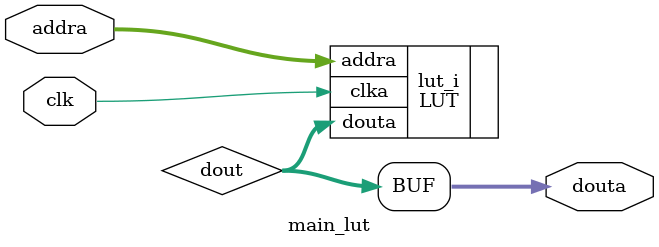
<source format=v>
`timescale 1ns / 1ps


module main_lut(
    input clk,
    input [7:0] addra,
    output [7:0] douta
    );

wire [7:0] dout;

LUT lut_i (.clka(clk), .addra(addra), .douta(dout));

assign douta = dout;
endmodule

</source>
